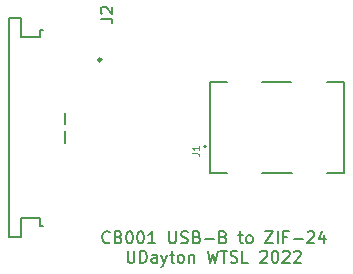
<source format=gbr>
%TF.GenerationSoftware,KiCad,Pcbnew,(5.1.12)-1*%
%TF.CreationDate,2022-05-16T16:27:55-04:00*%
%TF.ProjectId,flex_interface_x4,666c6578-5f69-46e7-9465-72666163655f,rev?*%
%TF.SameCoordinates,Original*%
%TF.FileFunction,Legend,Top*%
%TF.FilePolarity,Positive*%
%FSLAX46Y46*%
G04 Gerber Fmt 4.6, Leading zero omitted, Abs format (unit mm)*
G04 Created by KiCad (PCBNEW (5.1.12)-1) date 2022-05-16 16:27:55*
%MOMM*%
%LPD*%
G01*
G04 APERTURE LIST*
%ADD10C,0.150000*%
%ADD11C,0.200000*%
%ADD12C,0.127000*%
%ADD13C,0.249999*%
%ADD14C,0.015000*%
G04 APERTURE END LIST*
D10*
X87686666Y-112562142D02*
X87639047Y-112609761D01*
X87496190Y-112657380D01*
X87400952Y-112657380D01*
X87258095Y-112609761D01*
X87162857Y-112514523D01*
X87115238Y-112419285D01*
X87067619Y-112228809D01*
X87067619Y-112085952D01*
X87115238Y-111895476D01*
X87162857Y-111800238D01*
X87258095Y-111705000D01*
X87400952Y-111657380D01*
X87496190Y-111657380D01*
X87639047Y-111705000D01*
X87686666Y-111752619D01*
X88448571Y-112133571D02*
X88591428Y-112181190D01*
X88639047Y-112228809D01*
X88686666Y-112324047D01*
X88686666Y-112466904D01*
X88639047Y-112562142D01*
X88591428Y-112609761D01*
X88496190Y-112657380D01*
X88115238Y-112657380D01*
X88115238Y-111657380D01*
X88448571Y-111657380D01*
X88543809Y-111705000D01*
X88591428Y-111752619D01*
X88639047Y-111847857D01*
X88639047Y-111943095D01*
X88591428Y-112038333D01*
X88543809Y-112085952D01*
X88448571Y-112133571D01*
X88115238Y-112133571D01*
X89305714Y-111657380D02*
X89400952Y-111657380D01*
X89496190Y-111705000D01*
X89543809Y-111752619D01*
X89591428Y-111847857D01*
X89639047Y-112038333D01*
X89639047Y-112276428D01*
X89591428Y-112466904D01*
X89543809Y-112562142D01*
X89496190Y-112609761D01*
X89400952Y-112657380D01*
X89305714Y-112657380D01*
X89210476Y-112609761D01*
X89162857Y-112562142D01*
X89115238Y-112466904D01*
X89067619Y-112276428D01*
X89067619Y-112038333D01*
X89115238Y-111847857D01*
X89162857Y-111752619D01*
X89210476Y-111705000D01*
X89305714Y-111657380D01*
X90258095Y-111657380D02*
X90353333Y-111657380D01*
X90448571Y-111705000D01*
X90496190Y-111752619D01*
X90543809Y-111847857D01*
X90591428Y-112038333D01*
X90591428Y-112276428D01*
X90543809Y-112466904D01*
X90496190Y-112562142D01*
X90448571Y-112609761D01*
X90353333Y-112657380D01*
X90258095Y-112657380D01*
X90162857Y-112609761D01*
X90115238Y-112562142D01*
X90067619Y-112466904D01*
X90020000Y-112276428D01*
X90020000Y-112038333D01*
X90067619Y-111847857D01*
X90115238Y-111752619D01*
X90162857Y-111705000D01*
X90258095Y-111657380D01*
X91543809Y-112657380D02*
X90972380Y-112657380D01*
X91258095Y-112657380D02*
X91258095Y-111657380D01*
X91162857Y-111800238D01*
X91067619Y-111895476D01*
X90972380Y-111943095D01*
X92734285Y-111657380D02*
X92734285Y-112466904D01*
X92781904Y-112562142D01*
X92829523Y-112609761D01*
X92924761Y-112657380D01*
X93115238Y-112657380D01*
X93210476Y-112609761D01*
X93258095Y-112562142D01*
X93305714Y-112466904D01*
X93305714Y-111657380D01*
X93734285Y-112609761D02*
X93877142Y-112657380D01*
X94115238Y-112657380D01*
X94210476Y-112609761D01*
X94258095Y-112562142D01*
X94305714Y-112466904D01*
X94305714Y-112371666D01*
X94258095Y-112276428D01*
X94210476Y-112228809D01*
X94115238Y-112181190D01*
X93924761Y-112133571D01*
X93829523Y-112085952D01*
X93781904Y-112038333D01*
X93734285Y-111943095D01*
X93734285Y-111847857D01*
X93781904Y-111752619D01*
X93829523Y-111705000D01*
X93924761Y-111657380D01*
X94162857Y-111657380D01*
X94305714Y-111705000D01*
X95067619Y-112133571D02*
X95210476Y-112181190D01*
X95258095Y-112228809D01*
X95305714Y-112324047D01*
X95305714Y-112466904D01*
X95258095Y-112562142D01*
X95210476Y-112609761D01*
X95115238Y-112657380D01*
X94734285Y-112657380D01*
X94734285Y-111657380D01*
X95067619Y-111657380D01*
X95162857Y-111705000D01*
X95210476Y-111752619D01*
X95258095Y-111847857D01*
X95258095Y-111943095D01*
X95210476Y-112038333D01*
X95162857Y-112085952D01*
X95067619Y-112133571D01*
X94734285Y-112133571D01*
X95734285Y-112276428D02*
X96496190Y-112276428D01*
X97305714Y-112133571D02*
X97448571Y-112181190D01*
X97496190Y-112228809D01*
X97543809Y-112324047D01*
X97543809Y-112466904D01*
X97496190Y-112562142D01*
X97448571Y-112609761D01*
X97353333Y-112657380D01*
X96972380Y-112657380D01*
X96972380Y-111657380D01*
X97305714Y-111657380D01*
X97400952Y-111705000D01*
X97448571Y-111752619D01*
X97496190Y-111847857D01*
X97496190Y-111943095D01*
X97448571Y-112038333D01*
X97400952Y-112085952D01*
X97305714Y-112133571D01*
X96972380Y-112133571D01*
X98591428Y-111990714D02*
X98972380Y-111990714D01*
X98734285Y-111657380D02*
X98734285Y-112514523D01*
X98781904Y-112609761D01*
X98877142Y-112657380D01*
X98972380Y-112657380D01*
X99448571Y-112657380D02*
X99353333Y-112609761D01*
X99305714Y-112562142D01*
X99258095Y-112466904D01*
X99258095Y-112181190D01*
X99305714Y-112085952D01*
X99353333Y-112038333D01*
X99448571Y-111990714D01*
X99591428Y-111990714D01*
X99686666Y-112038333D01*
X99734285Y-112085952D01*
X99781904Y-112181190D01*
X99781904Y-112466904D01*
X99734285Y-112562142D01*
X99686666Y-112609761D01*
X99591428Y-112657380D01*
X99448571Y-112657380D01*
X100877142Y-111657380D02*
X101543809Y-111657380D01*
X100877142Y-112657380D01*
X101543809Y-112657380D01*
X101924761Y-112657380D02*
X101924761Y-111657380D01*
X102734285Y-112133571D02*
X102400952Y-112133571D01*
X102400952Y-112657380D02*
X102400952Y-111657380D01*
X102877142Y-111657380D01*
X103258095Y-112276428D02*
X104020000Y-112276428D01*
X104448571Y-111752619D02*
X104496190Y-111705000D01*
X104591428Y-111657380D01*
X104829523Y-111657380D01*
X104924761Y-111705000D01*
X104972380Y-111752619D01*
X105020000Y-111847857D01*
X105020000Y-111943095D01*
X104972380Y-112085952D01*
X104400952Y-112657380D01*
X105020000Y-112657380D01*
X105877142Y-111990714D02*
X105877142Y-112657380D01*
X105639047Y-111609761D02*
X105400952Y-112324047D01*
X106020000Y-112324047D01*
X89210476Y-113307380D02*
X89210476Y-114116904D01*
X89258095Y-114212142D01*
X89305714Y-114259761D01*
X89400952Y-114307380D01*
X89591428Y-114307380D01*
X89686666Y-114259761D01*
X89734285Y-114212142D01*
X89781904Y-114116904D01*
X89781904Y-113307380D01*
X90258095Y-114307380D02*
X90258095Y-113307380D01*
X90496190Y-113307380D01*
X90639047Y-113355000D01*
X90734285Y-113450238D01*
X90781904Y-113545476D01*
X90829523Y-113735952D01*
X90829523Y-113878809D01*
X90781904Y-114069285D01*
X90734285Y-114164523D01*
X90639047Y-114259761D01*
X90496190Y-114307380D01*
X90258095Y-114307380D01*
X91686666Y-114307380D02*
X91686666Y-113783571D01*
X91639047Y-113688333D01*
X91543809Y-113640714D01*
X91353333Y-113640714D01*
X91258095Y-113688333D01*
X91686666Y-114259761D02*
X91591428Y-114307380D01*
X91353333Y-114307380D01*
X91258095Y-114259761D01*
X91210476Y-114164523D01*
X91210476Y-114069285D01*
X91258095Y-113974047D01*
X91353333Y-113926428D01*
X91591428Y-113926428D01*
X91686666Y-113878809D01*
X92067619Y-113640714D02*
X92305714Y-114307380D01*
X92543809Y-113640714D02*
X92305714Y-114307380D01*
X92210476Y-114545476D01*
X92162857Y-114593095D01*
X92067619Y-114640714D01*
X92781904Y-113640714D02*
X93162857Y-113640714D01*
X92924761Y-113307380D02*
X92924761Y-114164523D01*
X92972380Y-114259761D01*
X93067619Y-114307380D01*
X93162857Y-114307380D01*
X93639047Y-114307380D02*
X93543809Y-114259761D01*
X93496190Y-114212142D01*
X93448571Y-114116904D01*
X93448571Y-113831190D01*
X93496190Y-113735952D01*
X93543809Y-113688333D01*
X93639047Y-113640714D01*
X93781904Y-113640714D01*
X93877142Y-113688333D01*
X93924761Y-113735952D01*
X93972380Y-113831190D01*
X93972380Y-114116904D01*
X93924761Y-114212142D01*
X93877142Y-114259761D01*
X93781904Y-114307380D01*
X93639047Y-114307380D01*
X94400952Y-113640714D02*
X94400952Y-114307380D01*
X94400952Y-113735952D02*
X94448571Y-113688333D01*
X94543809Y-113640714D01*
X94686666Y-113640714D01*
X94781904Y-113688333D01*
X94829523Y-113783571D01*
X94829523Y-114307380D01*
X95972380Y-113307380D02*
X96210476Y-114307380D01*
X96400952Y-113593095D01*
X96591428Y-114307380D01*
X96829523Y-113307380D01*
X97067619Y-113307380D02*
X97639047Y-113307380D01*
X97353333Y-114307380D02*
X97353333Y-113307380D01*
X97924761Y-114259761D02*
X98067619Y-114307380D01*
X98305714Y-114307380D01*
X98400952Y-114259761D01*
X98448571Y-114212142D01*
X98496190Y-114116904D01*
X98496190Y-114021666D01*
X98448571Y-113926428D01*
X98400952Y-113878809D01*
X98305714Y-113831190D01*
X98115238Y-113783571D01*
X98020000Y-113735952D01*
X97972380Y-113688333D01*
X97924761Y-113593095D01*
X97924761Y-113497857D01*
X97972380Y-113402619D01*
X98020000Y-113355000D01*
X98115238Y-113307380D01*
X98353333Y-113307380D01*
X98496190Y-113355000D01*
X99400952Y-114307380D02*
X98924761Y-114307380D01*
X98924761Y-113307380D01*
X100448571Y-113402619D02*
X100496190Y-113355000D01*
X100591428Y-113307380D01*
X100829523Y-113307380D01*
X100924761Y-113355000D01*
X100972380Y-113402619D01*
X101020000Y-113497857D01*
X101020000Y-113593095D01*
X100972380Y-113735952D01*
X100400952Y-114307380D01*
X101020000Y-114307380D01*
X101639047Y-113307380D02*
X101734285Y-113307380D01*
X101829523Y-113355000D01*
X101877142Y-113402619D01*
X101924761Y-113497857D01*
X101972380Y-113688333D01*
X101972380Y-113926428D01*
X101924761Y-114116904D01*
X101877142Y-114212142D01*
X101829523Y-114259761D01*
X101734285Y-114307380D01*
X101639047Y-114307380D01*
X101543809Y-114259761D01*
X101496190Y-114212142D01*
X101448571Y-114116904D01*
X101400952Y-113926428D01*
X101400952Y-113688333D01*
X101448571Y-113497857D01*
X101496190Y-113402619D01*
X101543809Y-113355000D01*
X101639047Y-113307380D01*
X102353333Y-113402619D02*
X102400952Y-113355000D01*
X102496190Y-113307380D01*
X102734285Y-113307380D01*
X102829523Y-113355000D01*
X102877142Y-113402619D01*
X102924761Y-113497857D01*
X102924761Y-113593095D01*
X102877142Y-113735952D01*
X102305714Y-114307380D01*
X102924761Y-114307380D01*
X103305714Y-113402619D02*
X103353333Y-113355000D01*
X103448571Y-113307380D01*
X103686666Y-113307380D01*
X103781904Y-113355000D01*
X103829523Y-113402619D01*
X103877142Y-113497857D01*
X103877142Y-113593095D01*
X103829523Y-113735952D01*
X103258095Y-114307380D01*
X103877142Y-114307380D01*
D11*
%TO.C,J1*%
X95850000Y-104470000D02*
G75*
G03*
X95850000Y-104470000I-100000J0D01*
G01*
D12*
X107500000Y-99020000D02*
X106050000Y-99020000D01*
X107500000Y-106720000D02*
X107500000Y-99020000D01*
X106100000Y-106720000D02*
X107500000Y-106720000D01*
X100550000Y-106720000D02*
X103100000Y-106720000D01*
X100600000Y-99020000D02*
X103050000Y-99020000D01*
X96150000Y-99020000D02*
X97600000Y-99020000D01*
X96150000Y-106720000D02*
X96150000Y-99020000D01*
X97600000Y-106720000D02*
X96150000Y-106720000D01*
D13*
%TO.C,J2*%
X86965003Y-97119752D02*
G75*
G03*
X86965003Y-97119752I-125001J0D01*
G01*
D10*
X81789745Y-110549484D02*
X81789745Y-111169750D01*
X81789745Y-111169750D02*
X82040001Y-111169750D01*
X81789745Y-94569001D02*
X82040001Y-94569001D01*
X81789745Y-94569001D02*
X81789745Y-95189251D01*
X80190210Y-95189251D02*
X81789745Y-95189251D01*
X80190210Y-93569930D02*
X80190210Y-95189251D01*
X80190053Y-93569772D02*
X80190210Y-93569930D01*
X79189984Y-93569772D02*
X80190053Y-93569772D01*
X79189984Y-93569772D02*
X79189984Y-112169730D01*
X79189984Y-112169730D02*
X80189984Y-112169730D01*
X80190002Y-112169712D02*
X80189984Y-112169730D01*
X80190002Y-110549487D02*
X80190002Y-112169712D01*
X80190002Y-110549487D02*
X81789742Y-110549487D01*
%TO.C,J1*%
D14*
X94633854Y-105054240D02*
X95091606Y-105054240D01*
X95183157Y-105084757D01*
X95244190Y-105145791D01*
X95274707Y-105237341D01*
X95274707Y-105298375D01*
X95274707Y-104413387D02*
X95274707Y-104779589D01*
X95274707Y-104596488D02*
X94633854Y-104596488D01*
X94725405Y-104657522D01*
X94786438Y-104718555D01*
X94816955Y-104779589D01*
%TO.C,J2*%
D10*
X86917383Y-93657731D02*
X87631669Y-93657731D01*
X87774526Y-93705350D01*
X87869764Y-93800588D01*
X87917383Y-93943445D01*
X87917383Y-94038683D01*
X87012622Y-93229159D02*
X86965003Y-93181540D01*
X86917383Y-93086302D01*
X86917383Y-92848207D01*
X86965003Y-92752969D01*
X87012622Y-92705350D01*
X87107860Y-92657731D01*
X87203098Y-92657731D01*
X87345955Y-92705350D01*
X87917383Y-93276778D01*
X87917383Y-92657731D01*
X83910714Y-104140000D02*
X83910714Y-103172380D01*
X83910714Y-102567619D02*
X83910714Y-101600000D01*
%TD*%
M02*

</source>
